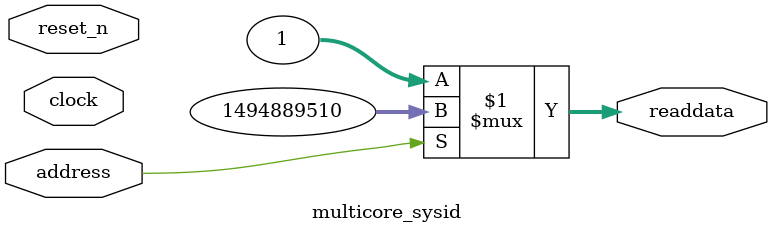
<source format=v>



// synthesis translate_off
`timescale 1ns / 1ps
// synthesis translate_on

// turn off superfluous verilog processor warnings 
// altera message_level Level1 
// altera message_off 10034 10035 10036 10037 10230 10240 10030 

module multicore_sysid (
               // inputs:
                address,
                clock,
                reset_n,

               // outputs:
                readdata
             )
;

  output  [ 31: 0] readdata;
  input            address;
  input            clock;
  input            reset_n;

  wire    [ 31: 0] readdata;
  //control_slave, which is an e_avalon_slave
  assign readdata = address ? 1494889510 : 1;

endmodule




</source>
